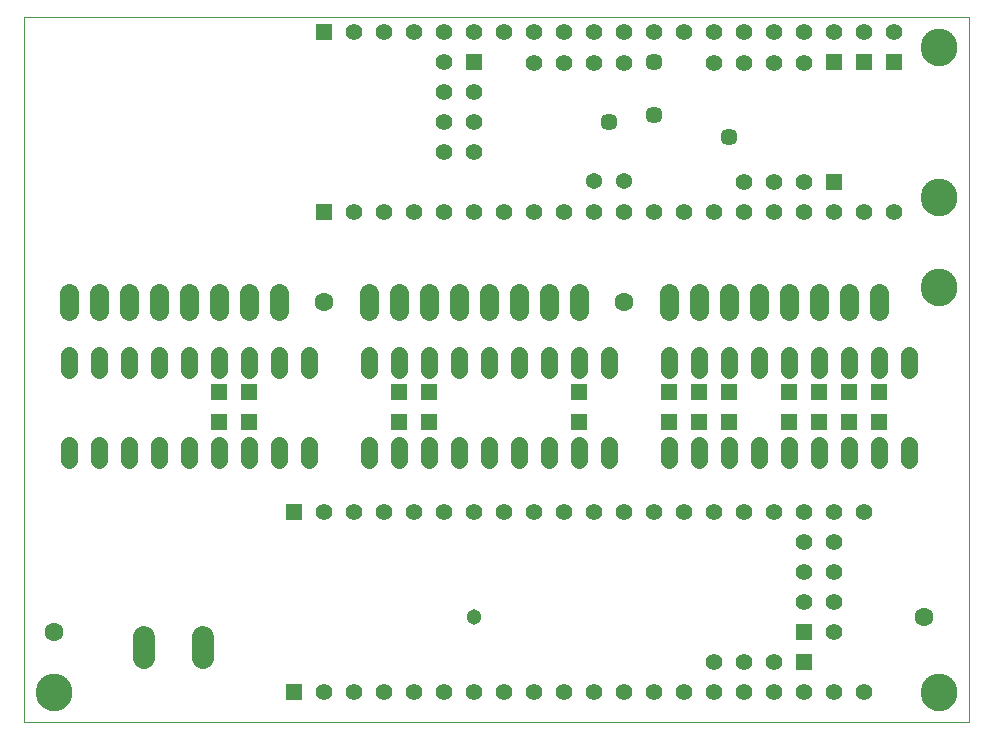
<source format=gbs>
G75*
%MOIN*%
%OFA0B0*%
%FSLAX25Y25*%
%IPPOS*%
%LPD*%
%AMOC8*
5,1,8,0,0,1.08239X$1,22.5*
%
%ADD10C,0.00000*%
%ADD11C,0.12211*%
%ADD12C,0.05600*%
%ADD13R,0.05550X0.05550*%
%ADD14C,0.05550*%
%ADD15C,0.06337*%
%ADD16C,0.07450*%
%ADD17C,0.05400*%
%ADD18C,0.06306*%
%ADD19R,0.05400X0.05400*%
%ADD20C,0.05124*%
%ADD21C,0.05715*%
D10*
X0023540Y0001000D02*
X0023540Y0235980D01*
X0338501Y0235980D01*
X0338501Y0001000D01*
X0023540Y0001000D01*
X0027634Y0011000D02*
X0027636Y0011153D01*
X0027642Y0011307D01*
X0027652Y0011460D01*
X0027666Y0011612D01*
X0027684Y0011765D01*
X0027706Y0011916D01*
X0027731Y0012067D01*
X0027761Y0012218D01*
X0027795Y0012368D01*
X0027832Y0012516D01*
X0027873Y0012664D01*
X0027918Y0012810D01*
X0027967Y0012956D01*
X0028020Y0013100D01*
X0028076Y0013242D01*
X0028136Y0013383D01*
X0028200Y0013523D01*
X0028267Y0013661D01*
X0028338Y0013797D01*
X0028413Y0013931D01*
X0028490Y0014063D01*
X0028572Y0014193D01*
X0028656Y0014321D01*
X0028744Y0014447D01*
X0028835Y0014570D01*
X0028929Y0014691D01*
X0029027Y0014809D01*
X0029127Y0014925D01*
X0029231Y0015038D01*
X0029337Y0015149D01*
X0029446Y0015257D01*
X0029558Y0015362D01*
X0029672Y0015463D01*
X0029790Y0015562D01*
X0029909Y0015658D01*
X0030031Y0015751D01*
X0030156Y0015840D01*
X0030283Y0015927D01*
X0030412Y0016009D01*
X0030543Y0016089D01*
X0030676Y0016165D01*
X0030811Y0016238D01*
X0030948Y0016307D01*
X0031087Y0016372D01*
X0031227Y0016434D01*
X0031369Y0016492D01*
X0031512Y0016547D01*
X0031657Y0016598D01*
X0031803Y0016645D01*
X0031950Y0016688D01*
X0032098Y0016727D01*
X0032247Y0016763D01*
X0032397Y0016794D01*
X0032548Y0016822D01*
X0032699Y0016846D01*
X0032852Y0016866D01*
X0033004Y0016882D01*
X0033157Y0016894D01*
X0033310Y0016902D01*
X0033463Y0016906D01*
X0033617Y0016906D01*
X0033770Y0016902D01*
X0033923Y0016894D01*
X0034076Y0016882D01*
X0034228Y0016866D01*
X0034381Y0016846D01*
X0034532Y0016822D01*
X0034683Y0016794D01*
X0034833Y0016763D01*
X0034982Y0016727D01*
X0035130Y0016688D01*
X0035277Y0016645D01*
X0035423Y0016598D01*
X0035568Y0016547D01*
X0035711Y0016492D01*
X0035853Y0016434D01*
X0035993Y0016372D01*
X0036132Y0016307D01*
X0036269Y0016238D01*
X0036404Y0016165D01*
X0036537Y0016089D01*
X0036668Y0016009D01*
X0036797Y0015927D01*
X0036924Y0015840D01*
X0037049Y0015751D01*
X0037171Y0015658D01*
X0037290Y0015562D01*
X0037408Y0015463D01*
X0037522Y0015362D01*
X0037634Y0015257D01*
X0037743Y0015149D01*
X0037849Y0015038D01*
X0037953Y0014925D01*
X0038053Y0014809D01*
X0038151Y0014691D01*
X0038245Y0014570D01*
X0038336Y0014447D01*
X0038424Y0014321D01*
X0038508Y0014193D01*
X0038590Y0014063D01*
X0038667Y0013931D01*
X0038742Y0013797D01*
X0038813Y0013661D01*
X0038880Y0013523D01*
X0038944Y0013383D01*
X0039004Y0013242D01*
X0039060Y0013100D01*
X0039113Y0012956D01*
X0039162Y0012810D01*
X0039207Y0012664D01*
X0039248Y0012516D01*
X0039285Y0012368D01*
X0039319Y0012218D01*
X0039349Y0012067D01*
X0039374Y0011916D01*
X0039396Y0011765D01*
X0039414Y0011612D01*
X0039428Y0011460D01*
X0039438Y0011307D01*
X0039444Y0011153D01*
X0039446Y0011000D01*
X0039444Y0010847D01*
X0039438Y0010693D01*
X0039428Y0010540D01*
X0039414Y0010388D01*
X0039396Y0010235D01*
X0039374Y0010084D01*
X0039349Y0009933D01*
X0039319Y0009782D01*
X0039285Y0009632D01*
X0039248Y0009484D01*
X0039207Y0009336D01*
X0039162Y0009190D01*
X0039113Y0009044D01*
X0039060Y0008900D01*
X0039004Y0008758D01*
X0038944Y0008617D01*
X0038880Y0008477D01*
X0038813Y0008339D01*
X0038742Y0008203D01*
X0038667Y0008069D01*
X0038590Y0007937D01*
X0038508Y0007807D01*
X0038424Y0007679D01*
X0038336Y0007553D01*
X0038245Y0007430D01*
X0038151Y0007309D01*
X0038053Y0007191D01*
X0037953Y0007075D01*
X0037849Y0006962D01*
X0037743Y0006851D01*
X0037634Y0006743D01*
X0037522Y0006638D01*
X0037408Y0006537D01*
X0037290Y0006438D01*
X0037171Y0006342D01*
X0037049Y0006249D01*
X0036924Y0006160D01*
X0036797Y0006073D01*
X0036668Y0005991D01*
X0036537Y0005911D01*
X0036404Y0005835D01*
X0036269Y0005762D01*
X0036132Y0005693D01*
X0035993Y0005628D01*
X0035853Y0005566D01*
X0035711Y0005508D01*
X0035568Y0005453D01*
X0035423Y0005402D01*
X0035277Y0005355D01*
X0035130Y0005312D01*
X0034982Y0005273D01*
X0034833Y0005237D01*
X0034683Y0005206D01*
X0034532Y0005178D01*
X0034381Y0005154D01*
X0034228Y0005134D01*
X0034076Y0005118D01*
X0033923Y0005106D01*
X0033770Y0005098D01*
X0033617Y0005094D01*
X0033463Y0005094D01*
X0033310Y0005098D01*
X0033157Y0005106D01*
X0033004Y0005118D01*
X0032852Y0005134D01*
X0032699Y0005154D01*
X0032548Y0005178D01*
X0032397Y0005206D01*
X0032247Y0005237D01*
X0032098Y0005273D01*
X0031950Y0005312D01*
X0031803Y0005355D01*
X0031657Y0005402D01*
X0031512Y0005453D01*
X0031369Y0005508D01*
X0031227Y0005566D01*
X0031087Y0005628D01*
X0030948Y0005693D01*
X0030811Y0005762D01*
X0030676Y0005835D01*
X0030543Y0005911D01*
X0030412Y0005991D01*
X0030283Y0006073D01*
X0030156Y0006160D01*
X0030031Y0006249D01*
X0029909Y0006342D01*
X0029790Y0006438D01*
X0029672Y0006537D01*
X0029558Y0006638D01*
X0029446Y0006743D01*
X0029337Y0006851D01*
X0029231Y0006962D01*
X0029127Y0007075D01*
X0029027Y0007191D01*
X0028929Y0007309D01*
X0028835Y0007430D01*
X0028744Y0007553D01*
X0028656Y0007679D01*
X0028572Y0007807D01*
X0028490Y0007937D01*
X0028413Y0008069D01*
X0028338Y0008203D01*
X0028267Y0008339D01*
X0028200Y0008477D01*
X0028136Y0008617D01*
X0028076Y0008758D01*
X0028020Y0008900D01*
X0027967Y0009044D01*
X0027918Y0009190D01*
X0027873Y0009336D01*
X0027832Y0009484D01*
X0027795Y0009632D01*
X0027761Y0009782D01*
X0027731Y0009933D01*
X0027706Y0010084D01*
X0027684Y0010235D01*
X0027666Y0010388D01*
X0027652Y0010540D01*
X0027642Y0010693D01*
X0027636Y0010847D01*
X0027634Y0011000D01*
X0322634Y0011000D02*
X0322636Y0011153D01*
X0322642Y0011307D01*
X0322652Y0011460D01*
X0322666Y0011612D01*
X0322684Y0011765D01*
X0322706Y0011916D01*
X0322731Y0012067D01*
X0322761Y0012218D01*
X0322795Y0012368D01*
X0322832Y0012516D01*
X0322873Y0012664D01*
X0322918Y0012810D01*
X0322967Y0012956D01*
X0323020Y0013100D01*
X0323076Y0013242D01*
X0323136Y0013383D01*
X0323200Y0013523D01*
X0323267Y0013661D01*
X0323338Y0013797D01*
X0323413Y0013931D01*
X0323490Y0014063D01*
X0323572Y0014193D01*
X0323656Y0014321D01*
X0323744Y0014447D01*
X0323835Y0014570D01*
X0323929Y0014691D01*
X0324027Y0014809D01*
X0324127Y0014925D01*
X0324231Y0015038D01*
X0324337Y0015149D01*
X0324446Y0015257D01*
X0324558Y0015362D01*
X0324672Y0015463D01*
X0324790Y0015562D01*
X0324909Y0015658D01*
X0325031Y0015751D01*
X0325156Y0015840D01*
X0325283Y0015927D01*
X0325412Y0016009D01*
X0325543Y0016089D01*
X0325676Y0016165D01*
X0325811Y0016238D01*
X0325948Y0016307D01*
X0326087Y0016372D01*
X0326227Y0016434D01*
X0326369Y0016492D01*
X0326512Y0016547D01*
X0326657Y0016598D01*
X0326803Y0016645D01*
X0326950Y0016688D01*
X0327098Y0016727D01*
X0327247Y0016763D01*
X0327397Y0016794D01*
X0327548Y0016822D01*
X0327699Y0016846D01*
X0327852Y0016866D01*
X0328004Y0016882D01*
X0328157Y0016894D01*
X0328310Y0016902D01*
X0328463Y0016906D01*
X0328617Y0016906D01*
X0328770Y0016902D01*
X0328923Y0016894D01*
X0329076Y0016882D01*
X0329228Y0016866D01*
X0329381Y0016846D01*
X0329532Y0016822D01*
X0329683Y0016794D01*
X0329833Y0016763D01*
X0329982Y0016727D01*
X0330130Y0016688D01*
X0330277Y0016645D01*
X0330423Y0016598D01*
X0330568Y0016547D01*
X0330711Y0016492D01*
X0330853Y0016434D01*
X0330993Y0016372D01*
X0331132Y0016307D01*
X0331269Y0016238D01*
X0331404Y0016165D01*
X0331537Y0016089D01*
X0331668Y0016009D01*
X0331797Y0015927D01*
X0331924Y0015840D01*
X0332049Y0015751D01*
X0332171Y0015658D01*
X0332290Y0015562D01*
X0332408Y0015463D01*
X0332522Y0015362D01*
X0332634Y0015257D01*
X0332743Y0015149D01*
X0332849Y0015038D01*
X0332953Y0014925D01*
X0333053Y0014809D01*
X0333151Y0014691D01*
X0333245Y0014570D01*
X0333336Y0014447D01*
X0333424Y0014321D01*
X0333508Y0014193D01*
X0333590Y0014063D01*
X0333667Y0013931D01*
X0333742Y0013797D01*
X0333813Y0013661D01*
X0333880Y0013523D01*
X0333944Y0013383D01*
X0334004Y0013242D01*
X0334060Y0013100D01*
X0334113Y0012956D01*
X0334162Y0012810D01*
X0334207Y0012664D01*
X0334248Y0012516D01*
X0334285Y0012368D01*
X0334319Y0012218D01*
X0334349Y0012067D01*
X0334374Y0011916D01*
X0334396Y0011765D01*
X0334414Y0011612D01*
X0334428Y0011460D01*
X0334438Y0011307D01*
X0334444Y0011153D01*
X0334446Y0011000D01*
X0334444Y0010847D01*
X0334438Y0010693D01*
X0334428Y0010540D01*
X0334414Y0010388D01*
X0334396Y0010235D01*
X0334374Y0010084D01*
X0334349Y0009933D01*
X0334319Y0009782D01*
X0334285Y0009632D01*
X0334248Y0009484D01*
X0334207Y0009336D01*
X0334162Y0009190D01*
X0334113Y0009044D01*
X0334060Y0008900D01*
X0334004Y0008758D01*
X0333944Y0008617D01*
X0333880Y0008477D01*
X0333813Y0008339D01*
X0333742Y0008203D01*
X0333667Y0008069D01*
X0333590Y0007937D01*
X0333508Y0007807D01*
X0333424Y0007679D01*
X0333336Y0007553D01*
X0333245Y0007430D01*
X0333151Y0007309D01*
X0333053Y0007191D01*
X0332953Y0007075D01*
X0332849Y0006962D01*
X0332743Y0006851D01*
X0332634Y0006743D01*
X0332522Y0006638D01*
X0332408Y0006537D01*
X0332290Y0006438D01*
X0332171Y0006342D01*
X0332049Y0006249D01*
X0331924Y0006160D01*
X0331797Y0006073D01*
X0331668Y0005991D01*
X0331537Y0005911D01*
X0331404Y0005835D01*
X0331269Y0005762D01*
X0331132Y0005693D01*
X0330993Y0005628D01*
X0330853Y0005566D01*
X0330711Y0005508D01*
X0330568Y0005453D01*
X0330423Y0005402D01*
X0330277Y0005355D01*
X0330130Y0005312D01*
X0329982Y0005273D01*
X0329833Y0005237D01*
X0329683Y0005206D01*
X0329532Y0005178D01*
X0329381Y0005154D01*
X0329228Y0005134D01*
X0329076Y0005118D01*
X0328923Y0005106D01*
X0328770Y0005098D01*
X0328617Y0005094D01*
X0328463Y0005094D01*
X0328310Y0005098D01*
X0328157Y0005106D01*
X0328004Y0005118D01*
X0327852Y0005134D01*
X0327699Y0005154D01*
X0327548Y0005178D01*
X0327397Y0005206D01*
X0327247Y0005237D01*
X0327098Y0005273D01*
X0326950Y0005312D01*
X0326803Y0005355D01*
X0326657Y0005402D01*
X0326512Y0005453D01*
X0326369Y0005508D01*
X0326227Y0005566D01*
X0326087Y0005628D01*
X0325948Y0005693D01*
X0325811Y0005762D01*
X0325676Y0005835D01*
X0325543Y0005911D01*
X0325412Y0005991D01*
X0325283Y0006073D01*
X0325156Y0006160D01*
X0325031Y0006249D01*
X0324909Y0006342D01*
X0324790Y0006438D01*
X0324672Y0006537D01*
X0324558Y0006638D01*
X0324446Y0006743D01*
X0324337Y0006851D01*
X0324231Y0006962D01*
X0324127Y0007075D01*
X0324027Y0007191D01*
X0323929Y0007309D01*
X0323835Y0007430D01*
X0323744Y0007553D01*
X0323656Y0007679D01*
X0323572Y0007807D01*
X0323490Y0007937D01*
X0323413Y0008069D01*
X0323338Y0008203D01*
X0323267Y0008339D01*
X0323200Y0008477D01*
X0323136Y0008617D01*
X0323076Y0008758D01*
X0323020Y0008900D01*
X0322967Y0009044D01*
X0322918Y0009190D01*
X0322873Y0009336D01*
X0322832Y0009484D01*
X0322795Y0009632D01*
X0322761Y0009782D01*
X0322731Y0009933D01*
X0322706Y0010084D01*
X0322684Y0010235D01*
X0322666Y0010388D01*
X0322652Y0010540D01*
X0322642Y0010693D01*
X0322636Y0010847D01*
X0322634Y0011000D01*
X0322634Y0146000D02*
X0322636Y0146153D01*
X0322642Y0146307D01*
X0322652Y0146460D01*
X0322666Y0146612D01*
X0322684Y0146765D01*
X0322706Y0146916D01*
X0322731Y0147067D01*
X0322761Y0147218D01*
X0322795Y0147368D01*
X0322832Y0147516D01*
X0322873Y0147664D01*
X0322918Y0147810D01*
X0322967Y0147956D01*
X0323020Y0148100D01*
X0323076Y0148242D01*
X0323136Y0148383D01*
X0323200Y0148523D01*
X0323267Y0148661D01*
X0323338Y0148797D01*
X0323413Y0148931D01*
X0323490Y0149063D01*
X0323572Y0149193D01*
X0323656Y0149321D01*
X0323744Y0149447D01*
X0323835Y0149570D01*
X0323929Y0149691D01*
X0324027Y0149809D01*
X0324127Y0149925D01*
X0324231Y0150038D01*
X0324337Y0150149D01*
X0324446Y0150257D01*
X0324558Y0150362D01*
X0324672Y0150463D01*
X0324790Y0150562D01*
X0324909Y0150658D01*
X0325031Y0150751D01*
X0325156Y0150840D01*
X0325283Y0150927D01*
X0325412Y0151009D01*
X0325543Y0151089D01*
X0325676Y0151165D01*
X0325811Y0151238D01*
X0325948Y0151307D01*
X0326087Y0151372D01*
X0326227Y0151434D01*
X0326369Y0151492D01*
X0326512Y0151547D01*
X0326657Y0151598D01*
X0326803Y0151645D01*
X0326950Y0151688D01*
X0327098Y0151727D01*
X0327247Y0151763D01*
X0327397Y0151794D01*
X0327548Y0151822D01*
X0327699Y0151846D01*
X0327852Y0151866D01*
X0328004Y0151882D01*
X0328157Y0151894D01*
X0328310Y0151902D01*
X0328463Y0151906D01*
X0328617Y0151906D01*
X0328770Y0151902D01*
X0328923Y0151894D01*
X0329076Y0151882D01*
X0329228Y0151866D01*
X0329381Y0151846D01*
X0329532Y0151822D01*
X0329683Y0151794D01*
X0329833Y0151763D01*
X0329982Y0151727D01*
X0330130Y0151688D01*
X0330277Y0151645D01*
X0330423Y0151598D01*
X0330568Y0151547D01*
X0330711Y0151492D01*
X0330853Y0151434D01*
X0330993Y0151372D01*
X0331132Y0151307D01*
X0331269Y0151238D01*
X0331404Y0151165D01*
X0331537Y0151089D01*
X0331668Y0151009D01*
X0331797Y0150927D01*
X0331924Y0150840D01*
X0332049Y0150751D01*
X0332171Y0150658D01*
X0332290Y0150562D01*
X0332408Y0150463D01*
X0332522Y0150362D01*
X0332634Y0150257D01*
X0332743Y0150149D01*
X0332849Y0150038D01*
X0332953Y0149925D01*
X0333053Y0149809D01*
X0333151Y0149691D01*
X0333245Y0149570D01*
X0333336Y0149447D01*
X0333424Y0149321D01*
X0333508Y0149193D01*
X0333590Y0149063D01*
X0333667Y0148931D01*
X0333742Y0148797D01*
X0333813Y0148661D01*
X0333880Y0148523D01*
X0333944Y0148383D01*
X0334004Y0148242D01*
X0334060Y0148100D01*
X0334113Y0147956D01*
X0334162Y0147810D01*
X0334207Y0147664D01*
X0334248Y0147516D01*
X0334285Y0147368D01*
X0334319Y0147218D01*
X0334349Y0147067D01*
X0334374Y0146916D01*
X0334396Y0146765D01*
X0334414Y0146612D01*
X0334428Y0146460D01*
X0334438Y0146307D01*
X0334444Y0146153D01*
X0334446Y0146000D01*
X0334444Y0145847D01*
X0334438Y0145693D01*
X0334428Y0145540D01*
X0334414Y0145388D01*
X0334396Y0145235D01*
X0334374Y0145084D01*
X0334349Y0144933D01*
X0334319Y0144782D01*
X0334285Y0144632D01*
X0334248Y0144484D01*
X0334207Y0144336D01*
X0334162Y0144190D01*
X0334113Y0144044D01*
X0334060Y0143900D01*
X0334004Y0143758D01*
X0333944Y0143617D01*
X0333880Y0143477D01*
X0333813Y0143339D01*
X0333742Y0143203D01*
X0333667Y0143069D01*
X0333590Y0142937D01*
X0333508Y0142807D01*
X0333424Y0142679D01*
X0333336Y0142553D01*
X0333245Y0142430D01*
X0333151Y0142309D01*
X0333053Y0142191D01*
X0332953Y0142075D01*
X0332849Y0141962D01*
X0332743Y0141851D01*
X0332634Y0141743D01*
X0332522Y0141638D01*
X0332408Y0141537D01*
X0332290Y0141438D01*
X0332171Y0141342D01*
X0332049Y0141249D01*
X0331924Y0141160D01*
X0331797Y0141073D01*
X0331668Y0140991D01*
X0331537Y0140911D01*
X0331404Y0140835D01*
X0331269Y0140762D01*
X0331132Y0140693D01*
X0330993Y0140628D01*
X0330853Y0140566D01*
X0330711Y0140508D01*
X0330568Y0140453D01*
X0330423Y0140402D01*
X0330277Y0140355D01*
X0330130Y0140312D01*
X0329982Y0140273D01*
X0329833Y0140237D01*
X0329683Y0140206D01*
X0329532Y0140178D01*
X0329381Y0140154D01*
X0329228Y0140134D01*
X0329076Y0140118D01*
X0328923Y0140106D01*
X0328770Y0140098D01*
X0328617Y0140094D01*
X0328463Y0140094D01*
X0328310Y0140098D01*
X0328157Y0140106D01*
X0328004Y0140118D01*
X0327852Y0140134D01*
X0327699Y0140154D01*
X0327548Y0140178D01*
X0327397Y0140206D01*
X0327247Y0140237D01*
X0327098Y0140273D01*
X0326950Y0140312D01*
X0326803Y0140355D01*
X0326657Y0140402D01*
X0326512Y0140453D01*
X0326369Y0140508D01*
X0326227Y0140566D01*
X0326087Y0140628D01*
X0325948Y0140693D01*
X0325811Y0140762D01*
X0325676Y0140835D01*
X0325543Y0140911D01*
X0325412Y0140991D01*
X0325283Y0141073D01*
X0325156Y0141160D01*
X0325031Y0141249D01*
X0324909Y0141342D01*
X0324790Y0141438D01*
X0324672Y0141537D01*
X0324558Y0141638D01*
X0324446Y0141743D01*
X0324337Y0141851D01*
X0324231Y0141962D01*
X0324127Y0142075D01*
X0324027Y0142191D01*
X0323929Y0142309D01*
X0323835Y0142430D01*
X0323744Y0142553D01*
X0323656Y0142679D01*
X0323572Y0142807D01*
X0323490Y0142937D01*
X0323413Y0143069D01*
X0323338Y0143203D01*
X0323267Y0143339D01*
X0323200Y0143477D01*
X0323136Y0143617D01*
X0323076Y0143758D01*
X0323020Y0143900D01*
X0322967Y0144044D01*
X0322918Y0144190D01*
X0322873Y0144336D01*
X0322832Y0144484D01*
X0322795Y0144632D01*
X0322761Y0144782D01*
X0322731Y0144933D01*
X0322706Y0145084D01*
X0322684Y0145235D01*
X0322666Y0145388D01*
X0322652Y0145540D01*
X0322642Y0145693D01*
X0322636Y0145847D01*
X0322634Y0146000D01*
X0322634Y0176000D02*
X0322636Y0176153D01*
X0322642Y0176307D01*
X0322652Y0176460D01*
X0322666Y0176612D01*
X0322684Y0176765D01*
X0322706Y0176916D01*
X0322731Y0177067D01*
X0322761Y0177218D01*
X0322795Y0177368D01*
X0322832Y0177516D01*
X0322873Y0177664D01*
X0322918Y0177810D01*
X0322967Y0177956D01*
X0323020Y0178100D01*
X0323076Y0178242D01*
X0323136Y0178383D01*
X0323200Y0178523D01*
X0323267Y0178661D01*
X0323338Y0178797D01*
X0323413Y0178931D01*
X0323490Y0179063D01*
X0323572Y0179193D01*
X0323656Y0179321D01*
X0323744Y0179447D01*
X0323835Y0179570D01*
X0323929Y0179691D01*
X0324027Y0179809D01*
X0324127Y0179925D01*
X0324231Y0180038D01*
X0324337Y0180149D01*
X0324446Y0180257D01*
X0324558Y0180362D01*
X0324672Y0180463D01*
X0324790Y0180562D01*
X0324909Y0180658D01*
X0325031Y0180751D01*
X0325156Y0180840D01*
X0325283Y0180927D01*
X0325412Y0181009D01*
X0325543Y0181089D01*
X0325676Y0181165D01*
X0325811Y0181238D01*
X0325948Y0181307D01*
X0326087Y0181372D01*
X0326227Y0181434D01*
X0326369Y0181492D01*
X0326512Y0181547D01*
X0326657Y0181598D01*
X0326803Y0181645D01*
X0326950Y0181688D01*
X0327098Y0181727D01*
X0327247Y0181763D01*
X0327397Y0181794D01*
X0327548Y0181822D01*
X0327699Y0181846D01*
X0327852Y0181866D01*
X0328004Y0181882D01*
X0328157Y0181894D01*
X0328310Y0181902D01*
X0328463Y0181906D01*
X0328617Y0181906D01*
X0328770Y0181902D01*
X0328923Y0181894D01*
X0329076Y0181882D01*
X0329228Y0181866D01*
X0329381Y0181846D01*
X0329532Y0181822D01*
X0329683Y0181794D01*
X0329833Y0181763D01*
X0329982Y0181727D01*
X0330130Y0181688D01*
X0330277Y0181645D01*
X0330423Y0181598D01*
X0330568Y0181547D01*
X0330711Y0181492D01*
X0330853Y0181434D01*
X0330993Y0181372D01*
X0331132Y0181307D01*
X0331269Y0181238D01*
X0331404Y0181165D01*
X0331537Y0181089D01*
X0331668Y0181009D01*
X0331797Y0180927D01*
X0331924Y0180840D01*
X0332049Y0180751D01*
X0332171Y0180658D01*
X0332290Y0180562D01*
X0332408Y0180463D01*
X0332522Y0180362D01*
X0332634Y0180257D01*
X0332743Y0180149D01*
X0332849Y0180038D01*
X0332953Y0179925D01*
X0333053Y0179809D01*
X0333151Y0179691D01*
X0333245Y0179570D01*
X0333336Y0179447D01*
X0333424Y0179321D01*
X0333508Y0179193D01*
X0333590Y0179063D01*
X0333667Y0178931D01*
X0333742Y0178797D01*
X0333813Y0178661D01*
X0333880Y0178523D01*
X0333944Y0178383D01*
X0334004Y0178242D01*
X0334060Y0178100D01*
X0334113Y0177956D01*
X0334162Y0177810D01*
X0334207Y0177664D01*
X0334248Y0177516D01*
X0334285Y0177368D01*
X0334319Y0177218D01*
X0334349Y0177067D01*
X0334374Y0176916D01*
X0334396Y0176765D01*
X0334414Y0176612D01*
X0334428Y0176460D01*
X0334438Y0176307D01*
X0334444Y0176153D01*
X0334446Y0176000D01*
X0334444Y0175847D01*
X0334438Y0175693D01*
X0334428Y0175540D01*
X0334414Y0175388D01*
X0334396Y0175235D01*
X0334374Y0175084D01*
X0334349Y0174933D01*
X0334319Y0174782D01*
X0334285Y0174632D01*
X0334248Y0174484D01*
X0334207Y0174336D01*
X0334162Y0174190D01*
X0334113Y0174044D01*
X0334060Y0173900D01*
X0334004Y0173758D01*
X0333944Y0173617D01*
X0333880Y0173477D01*
X0333813Y0173339D01*
X0333742Y0173203D01*
X0333667Y0173069D01*
X0333590Y0172937D01*
X0333508Y0172807D01*
X0333424Y0172679D01*
X0333336Y0172553D01*
X0333245Y0172430D01*
X0333151Y0172309D01*
X0333053Y0172191D01*
X0332953Y0172075D01*
X0332849Y0171962D01*
X0332743Y0171851D01*
X0332634Y0171743D01*
X0332522Y0171638D01*
X0332408Y0171537D01*
X0332290Y0171438D01*
X0332171Y0171342D01*
X0332049Y0171249D01*
X0331924Y0171160D01*
X0331797Y0171073D01*
X0331668Y0170991D01*
X0331537Y0170911D01*
X0331404Y0170835D01*
X0331269Y0170762D01*
X0331132Y0170693D01*
X0330993Y0170628D01*
X0330853Y0170566D01*
X0330711Y0170508D01*
X0330568Y0170453D01*
X0330423Y0170402D01*
X0330277Y0170355D01*
X0330130Y0170312D01*
X0329982Y0170273D01*
X0329833Y0170237D01*
X0329683Y0170206D01*
X0329532Y0170178D01*
X0329381Y0170154D01*
X0329228Y0170134D01*
X0329076Y0170118D01*
X0328923Y0170106D01*
X0328770Y0170098D01*
X0328617Y0170094D01*
X0328463Y0170094D01*
X0328310Y0170098D01*
X0328157Y0170106D01*
X0328004Y0170118D01*
X0327852Y0170134D01*
X0327699Y0170154D01*
X0327548Y0170178D01*
X0327397Y0170206D01*
X0327247Y0170237D01*
X0327098Y0170273D01*
X0326950Y0170312D01*
X0326803Y0170355D01*
X0326657Y0170402D01*
X0326512Y0170453D01*
X0326369Y0170508D01*
X0326227Y0170566D01*
X0326087Y0170628D01*
X0325948Y0170693D01*
X0325811Y0170762D01*
X0325676Y0170835D01*
X0325543Y0170911D01*
X0325412Y0170991D01*
X0325283Y0171073D01*
X0325156Y0171160D01*
X0325031Y0171249D01*
X0324909Y0171342D01*
X0324790Y0171438D01*
X0324672Y0171537D01*
X0324558Y0171638D01*
X0324446Y0171743D01*
X0324337Y0171851D01*
X0324231Y0171962D01*
X0324127Y0172075D01*
X0324027Y0172191D01*
X0323929Y0172309D01*
X0323835Y0172430D01*
X0323744Y0172553D01*
X0323656Y0172679D01*
X0323572Y0172807D01*
X0323490Y0172937D01*
X0323413Y0173069D01*
X0323338Y0173203D01*
X0323267Y0173339D01*
X0323200Y0173477D01*
X0323136Y0173617D01*
X0323076Y0173758D01*
X0323020Y0173900D01*
X0322967Y0174044D01*
X0322918Y0174190D01*
X0322873Y0174336D01*
X0322832Y0174484D01*
X0322795Y0174632D01*
X0322761Y0174782D01*
X0322731Y0174933D01*
X0322706Y0175084D01*
X0322684Y0175235D01*
X0322666Y0175388D01*
X0322652Y0175540D01*
X0322642Y0175693D01*
X0322636Y0175847D01*
X0322634Y0176000D01*
X0322634Y0226000D02*
X0322636Y0226153D01*
X0322642Y0226307D01*
X0322652Y0226460D01*
X0322666Y0226612D01*
X0322684Y0226765D01*
X0322706Y0226916D01*
X0322731Y0227067D01*
X0322761Y0227218D01*
X0322795Y0227368D01*
X0322832Y0227516D01*
X0322873Y0227664D01*
X0322918Y0227810D01*
X0322967Y0227956D01*
X0323020Y0228100D01*
X0323076Y0228242D01*
X0323136Y0228383D01*
X0323200Y0228523D01*
X0323267Y0228661D01*
X0323338Y0228797D01*
X0323413Y0228931D01*
X0323490Y0229063D01*
X0323572Y0229193D01*
X0323656Y0229321D01*
X0323744Y0229447D01*
X0323835Y0229570D01*
X0323929Y0229691D01*
X0324027Y0229809D01*
X0324127Y0229925D01*
X0324231Y0230038D01*
X0324337Y0230149D01*
X0324446Y0230257D01*
X0324558Y0230362D01*
X0324672Y0230463D01*
X0324790Y0230562D01*
X0324909Y0230658D01*
X0325031Y0230751D01*
X0325156Y0230840D01*
X0325283Y0230927D01*
X0325412Y0231009D01*
X0325543Y0231089D01*
X0325676Y0231165D01*
X0325811Y0231238D01*
X0325948Y0231307D01*
X0326087Y0231372D01*
X0326227Y0231434D01*
X0326369Y0231492D01*
X0326512Y0231547D01*
X0326657Y0231598D01*
X0326803Y0231645D01*
X0326950Y0231688D01*
X0327098Y0231727D01*
X0327247Y0231763D01*
X0327397Y0231794D01*
X0327548Y0231822D01*
X0327699Y0231846D01*
X0327852Y0231866D01*
X0328004Y0231882D01*
X0328157Y0231894D01*
X0328310Y0231902D01*
X0328463Y0231906D01*
X0328617Y0231906D01*
X0328770Y0231902D01*
X0328923Y0231894D01*
X0329076Y0231882D01*
X0329228Y0231866D01*
X0329381Y0231846D01*
X0329532Y0231822D01*
X0329683Y0231794D01*
X0329833Y0231763D01*
X0329982Y0231727D01*
X0330130Y0231688D01*
X0330277Y0231645D01*
X0330423Y0231598D01*
X0330568Y0231547D01*
X0330711Y0231492D01*
X0330853Y0231434D01*
X0330993Y0231372D01*
X0331132Y0231307D01*
X0331269Y0231238D01*
X0331404Y0231165D01*
X0331537Y0231089D01*
X0331668Y0231009D01*
X0331797Y0230927D01*
X0331924Y0230840D01*
X0332049Y0230751D01*
X0332171Y0230658D01*
X0332290Y0230562D01*
X0332408Y0230463D01*
X0332522Y0230362D01*
X0332634Y0230257D01*
X0332743Y0230149D01*
X0332849Y0230038D01*
X0332953Y0229925D01*
X0333053Y0229809D01*
X0333151Y0229691D01*
X0333245Y0229570D01*
X0333336Y0229447D01*
X0333424Y0229321D01*
X0333508Y0229193D01*
X0333590Y0229063D01*
X0333667Y0228931D01*
X0333742Y0228797D01*
X0333813Y0228661D01*
X0333880Y0228523D01*
X0333944Y0228383D01*
X0334004Y0228242D01*
X0334060Y0228100D01*
X0334113Y0227956D01*
X0334162Y0227810D01*
X0334207Y0227664D01*
X0334248Y0227516D01*
X0334285Y0227368D01*
X0334319Y0227218D01*
X0334349Y0227067D01*
X0334374Y0226916D01*
X0334396Y0226765D01*
X0334414Y0226612D01*
X0334428Y0226460D01*
X0334438Y0226307D01*
X0334444Y0226153D01*
X0334446Y0226000D01*
X0334444Y0225847D01*
X0334438Y0225693D01*
X0334428Y0225540D01*
X0334414Y0225388D01*
X0334396Y0225235D01*
X0334374Y0225084D01*
X0334349Y0224933D01*
X0334319Y0224782D01*
X0334285Y0224632D01*
X0334248Y0224484D01*
X0334207Y0224336D01*
X0334162Y0224190D01*
X0334113Y0224044D01*
X0334060Y0223900D01*
X0334004Y0223758D01*
X0333944Y0223617D01*
X0333880Y0223477D01*
X0333813Y0223339D01*
X0333742Y0223203D01*
X0333667Y0223069D01*
X0333590Y0222937D01*
X0333508Y0222807D01*
X0333424Y0222679D01*
X0333336Y0222553D01*
X0333245Y0222430D01*
X0333151Y0222309D01*
X0333053Y0222191D01*
X0332953Y0222075D01*
X0332849Y0221962D01*
X0332743Y0221851D01*
X0332634Y0221743D01*
X0332522Y0221638D01*
X0332408Y0221537D01*
X0332290Y0221438D01*
X0332171Y0221342D01*
X0332049Y0221249D01*
X0331924Y0221160D01*
X0331797Y0221073D01*
X0331668Y0220991D01*
X0331537Y0220911D01*
X0331404Y0220835D01*
X0331269Y0220762D01*
X0331132Y0220693D01*
X0330993Y0220628D01*
X0330853Y0220566D01*
X0330711Y0220508D01*
X0330568Y0220453D01*
X0330423Y0220402D01*
X0330277Y0220355D01*
X0330130Y0220312D01*
X0329982Y0220273D01*
X0329833Y0220237D01*
X0329683Y0220206D01*
X0329532Y0220178D01*
X0329381Y0220154D01*
X0329228Y0220134D01*
X0329076Y0220118D01*
X0328923Y0220106D01*
X0328770Y0220098D01*
X0328617Y0220094D01*
X0328463Y0220094D01*
X0328310Y0220098D01*
X0328157Y0220106D01*
X0328004Y0220118D01*
X0327852Y0220134D01*
X0327699Y0220154D01*
X0327548Y0220178D01*
X0327397Y0220206D01*
X0327247Y0220237D01*
X0327098Y0220273D01*
X0326950Y0220312D01*
X0326803Y0220355D01*
X0326657Y0220402D01*
X0326512Y0220453D01*
X0326369Y0220508D01*
X0326227Y0220566D01*
X0326087Y0220628D01*
X0325948Y0220693D01*
X0325811Y0220762D01*
X0325676Y0220835D01*
X0325543Y0220911D01*
X0325412Y0220991D01*
X0325283Y0221073D01*
X0325156Y0221160D01*
X0325031Y0221249D01*
X0324909Y0221342D01*
X0324790Y0221438D01*
X0324672Y0221537D01*
X0324558Y0221638D01*
X0324446Y0221743D01*
X0324337Y0221851D01*
X0324231Y0221962D01*
X0324127Y0222075D01*
X0324027Y0222191D01*
X0323929Y0222309D01*
X0323835Y0222430D01*
X0323744Y0222553D01*
X0323656Y0222679D01*
X0323572Y0222807D01*
X0323490Y0222937D01*
X0323413Y0223069D01*
X0323338Y0223203D01*
X0323267Y0223339D01*
X0323200Y0223477D01*
X0323136Y0223617D01*
X0323076Y0223758D01*
X0323020Y0223900D01*
X0322967Y0224044D01*
X0322918Y0224190D01*
X0322873Y0224336D01*
X0322832Y0224484D01*
X0322795Y0224632D01*
X0322761Y0224782D01*
X0322731Y0224933D01*
X0322706Y0225084D01*
X0322684Y0225235D01*
X0322666Y0225388D01*
X0322652Y0225540D01*
X0322642Y0225693D01*
X0322636Y0225847D01*
X0322634Y0226000D01*
D11*
X0328540Y0226000D03*
X0328540Y0176000D03*
X0328540Y0146000D03*
X0328540Y0011000D03*
X0033540Y0011000D03*
D12*
X0038540Y0088400D02*
X0038540Y0093600D01*
X0048540Y0093600D02*
X0048540Y0088400D01*
X0058540Y0088400D02*
X0058540Y0093600D01*
X0068540Y0093600D02*
X0068540Y0088400D01*
X0078540Y0088400D02*
X0078540Y0093600D01*
X0088540Y0093600D02*
X0088540Y0088400D01*
X0098540Y0088400D02*
X0098540Y0093600D01*
X0108540Y0093600D02*
X0108540Y0088400D01*
X0118540Y0088400D02*
X0118540Y0093600D01*
X0138540Y0093600D02*
X0138540Y0088400D01*
X0148540Y0088400D02*
X0148540Y0093600D01*
X0158540Y0093600D02*
X0158540Y0088400D01*
X0168540Y0088400D02*
X0168540Y0093600D01*
X0178540Y0093600D02*
X0178540Y0088400D01*
X0188540Y0088400D02*
X0188540Y0093600D01*
X0198540Y0093600D02*
X0198540Y0088400D01*
X0208540Y0088400D02*
X0208540Y0093600D01*
X0218540Y0093600D02*
X0218540Y0088400D01*
X0238540Y0088400D02*
X0238540Y0093600D01*
X0248540Y0093600D02*
X0248540Y0088400D01*
X0258540Y0088400D02*
X0258540Y0093600D01*
X0268540Y0093600D02*
X0268540Y0088400D01*
X0278540Y0088400D02*
X0278540Y0093600D01*
X0288540Y0093600D02*
X0288540Y0088400D01*
X0298540Y0088400D02*
X0298540Y0093600D01*
X0308540Y0093600D02*
X0308540Y0088400D01*
X0318540Y0088400D02*
X0318540Y0093600D01*
X0318540Y0118400D02*
X0318540Y0123600D01*
X0308540Y0123600D02*
X0308540Y0118400D01*
X0298540Y0118400D02*
X0298540Y0123600D01*
X0288540Y0123600D02*
X0288540Y0118400D01*
X0278540Y0118400D02*
X0278540Y0123600D01*
X0268540Y0123600D02*
X0268540Y0118400D01*
X0258540Y0118400D02*
X0258540Y0123600D01*
X0248540Y0123600D02*
X0248540Y0118400D01*
X0238540Y0118400D02*
X0238540Y0123600D01*
X0218540Y0123600D02*
X0218540Y0118400D01*
X0208540Y0118400D02*
X0208540Y0123600D01*
X0198540Y0123600D02*
X0198540Y0118400D01*
X0188540Y0118400D02*
X0188540Y0123600D01*
X0178540Y0123600D02*
X0178540Y0118400D01*
X0168540Y0118400D02*
X0168540Y0123600D01*
X0158540Y0123600D02*
X0158540Y0118400D01*
X0148540Y0118400D02*
X0148540Y0123600D01*
X0138540Y0123600D02*
X0138540Y0118400D01*
X0118540Y0118400D02*
X0118540Y0123600D01*
X0108540Y0123600D02*
X0108540Y0118400D01*
X0098540Y0118400D02*
X0098540Y0123600D01*
X0088540Y0123600D02*
X0088540Y0118400D01*
X0078540Y0118400D02*
X0078540Y0123600D01*
X0068540Y0123600D02*
X0068540Y0118400D01*
X0058540Y0118400D02*
X0058540Y0123600D01*
X0048540Y0123600D02*
X0048540Y0118400D01*
X0038540Y0118400D02*
X0038540Y0123600D01*
D13*
X0113540Y0071000D03*
X0113540Y0011000D03*
X0283540Y0021000D03*
X0283540Y0031000D03*
X0123540Y0171000D03*
X0173540Y0221000D03*
X0123540Y0231000D03*
X0293540Y0221000D03*
X0303540Y0221000D03*
X0313540Y0221000D03*
X0293540Y0181000D03*
D14*
X0283540Y0181000D03*
X0273540Y0181000D03*
X0263540Y0181000D03*
X0263540Y0171000D03*
X0253540Y0171000D03*
X0243540Y0171000D03*
X0233540Y0171000D03*
X0223540Y0171000D03*
X0213540Y0171000D03*
X0203540Y0171000D03*
X0193540Y0171000D03*
X0183540Y0171000D03*
X0173540Y0171000D03*
X0163540Y0171000D03*
X0153540Y0171000D03*
X0143540Y0171000D03*
X0133540Y0171000D03*
X0163540Y0191000D03*
X0173540Y0191000D03*
X0173540Y0201000D03*
X0163540Y0201000D03*
X0163540Y0211000D03*
X0173540Y0211000D03*
X0163540Y0221000D03*
X0163540Y0231000D03*
X0153540Y0231000D03*
X0143540Y0231000D03*
X0133540Y0231000D03*
X0173540Y0231000D03*
X0183540Y0231000D03*
X0193540Y0231000D03*
X0203540Y0231000D03*
X0213540Y0231000D03*
X0223540Y0231000D03*
X0233540Y0231000D03*
X0243540Y0231000D03*
X0253540Y0231000D03*
X0263540Y0231000D03*
X0273540Y0231000D03*
X0283540Y0231000D03*
X0293540Y0231000D03*
X0303540Y0231000D03*
X0313540Y0231000D03*
X0283540Y0220685D03*
X0273540Y0220685D03*
X0263540Y0220685D03*
X0253540Y0220685D03*
X0223540Y0220685D03*
X0213540Y0220685D03*
X0203540Y0220685D03*
X0193540Y0220685D03*
X0273540Y0171000D03*
X0283540Y0171000D03*
X0293540Y0171000D03*
X0303540Y0171000D03*
X0313540Y0171000D03*
X0303540Y0071000D03*
X0293540Y0071000D03*
X0283540Y0071000D03*
X0273540Y0071000D03*
X0263540Y0071000D03*
X0253540Y0071000D03*
X0243540Y0071000D03*
X0233540Y0071000D03*
X0223540Y0071000D03*
X0213540Y0071000D03*
X0203540Y0071000D03*
X0193540Y0071000D03*
X0183540Y0071000D03*
X0173540Y0071000D03*
X0163540Y0071000D03*
X0153540Y0071000D03*
X0143540Y0071000D03*
X0133540Y0071000D03*
X0123540Y0071000D03*
X0123540Y0011000D03*
X0133540Y0011000D03*
X0143540Y0011000D03*
X0153540Y0011000D03*
X0163540Y0011000D03*
X0173540Y0011000D03*
X0183540Y0011000D03*
X0193540Y0011000D03*
X0203540Y0011000D03*
X0213540Y0011000D03*
X0223540Y0011000D03*
X0233540Y0011000D03*
X0243540Y0011000D03*
X0253540Y0011000D03*
X0263540Y0011000D03*
X0273540Y0011000D03*
X0283540Y0011000D03*
X0293540Y0011000D03*
X0303540Y0011000D03*
X0293540Y0031000D03*
X0293540Y0041000D03*
X0283540Y0041000D03*
X0283540Y0051000D03*
X0293540Y0051000D03*
X0293540Y0061000D03*
X0283540Y0061000D03*
X0273540Y0021000D03*
X0263540Y0021000D03*
X0253540Y0021000D03*
D15*
X0248540Y0138031D02*
X0248540Y0143969D01*
X0238540Y0143969D02*
X0238540Y0138031D01*
X0258540Y0138031D02*
X0258540Y0143969D01*
X0268540Y0143969D02*
X0268540Y0138031D01*
X0278540Y0138031D02*
X0278540Y0143969D01*
X0288540Y0143969D02*
X0288540Y0138031D01*
X0298540Y0138031D02*
X0298540Y0143969D01*
X0308540Y0143969D02*
X0308540Y0138031D01*
X0208540Y0138031D02*
X0208540Y0143969D01*
X0198540Y0143969D02*
X0198540Y0138031D01*
X0188540Y0138031D02*
X0188540Y0143969D01*
X0178540Y0143969D02*
X0178540Y0138031D01*
X0168540Y0138031D02*
X0168540Y0143969D01*
X0158540Y0143969D02*
X0158540Y0138031D01*
X0148540Y0138031D02*
X0148540Y0143969D01*
X0138540Y0143969D02*
X0138540Y0138031D01*
X0108540Y0138031D02*
X0108540Y0143969D01*
X0098540Y0143969D02*
X0098540Y0138031D01*
X0088540Y0138031D02*
X0088540Y0143969D01*
X0078540Y0143969D02*
X0078540Y0138031D01*
X0068540Y0138031D02*
X0068540Y0143969D01*
X0058540Y0143969D02*
X0058540Y0138031D01*
X0048540Y0138031D02*
X0048540Y0143969D01*
X0038540Y0143969D02*
X0038540Y0138031D01*
D16*
X0063698Y0029525D02*
X0063698Y0022475D01*
X0083383Y0022475D02*
X0083383Y0029525D01*
D17*
X0213540Y0181315D03*
X0223540Y0181315D03*
D18*
X0223540Y0141000D03*
X0123540Y0141000D03*
X0033540Y0031000D03*
X0323540Y0036000D03*
D19*
X0308540Y0101000D03*
X0298540Y0101000D03*
X0288540Y0101000D03*
X0278540Y0101000D03*
X0278540Y0111000D03*
X0288540Y0111000D03*
X0298540Y0111000D03*
X0308540Y0111000D03*
X0258540Y0111000D03*
X0248540Y0111000D03*
X0238540Y0111000D03*
X0238540Y0101000D03*
X0248540Y0101000D03*
X0258540Y0101000D03*
X0208540Y0101000D03*
X0208540Y0111000D03*
X0158540Y0111000D03*
X0148540Y0111000D03*
X0148540Y0101000D03*
X0158540Y0101000D03*
X0098540Y0101000D03*
X0088540Y0101000D03*
X0088540Y0111000D03*
X0098540Y0111000D03*
D20*
X0173540Y0036000D03*
D21*
X0258540Y0196000D03*
X0233540Y0203500D03*
X0218540Y0201000D03*
X0233540Y0221000D03*
M02*

</source>
